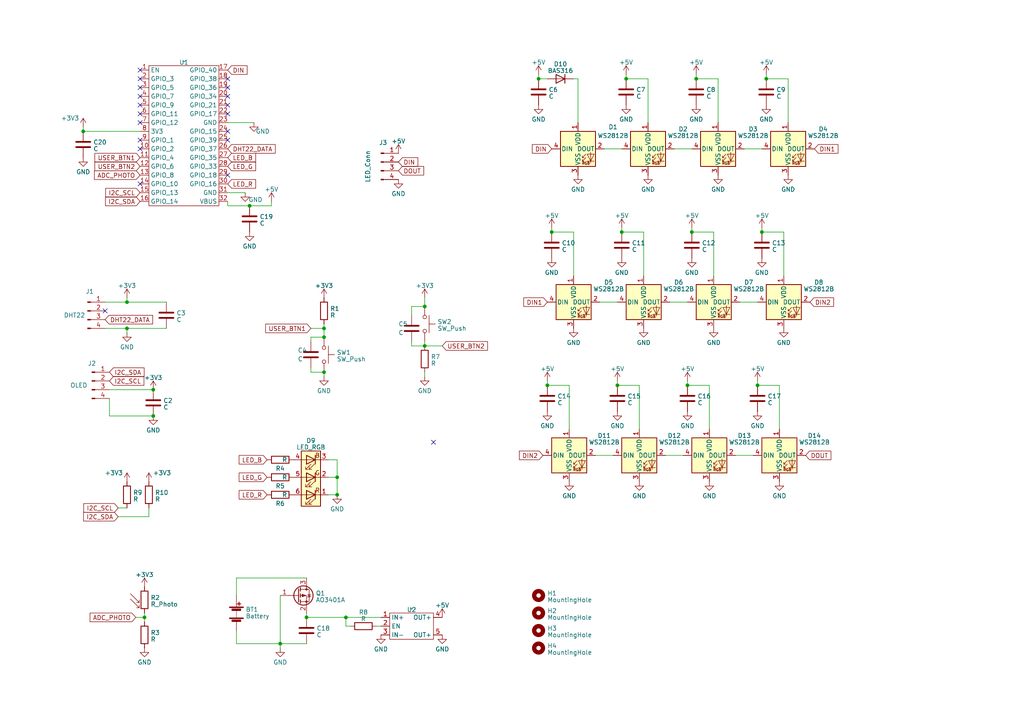
<source format=kicad_sch>
(kicad_sch (version 20230121) (generator eeschema)
  (paper "A4")
  (title_block (title "IoT Board - Summer school") (date "2024-05-14") (company "FRI UNIZA") (comment 1 "Author: Michal Kubascik"))
  (lib_symbols
    (symbol "BuckBoost:BuckBoost5v"
      (property "Reference" "U" (at 0 0 0))
      (symbol "BuckBoost5v_0_1"
        (rectangle (start -6.35 -1.27) (end 6.35 -8.89))
      )
      (symbol "BuckBoost5v_1_1"
        (pin input line (at -8.89 -2.54 0) (length 2.54) (name "IN+") (number "1"))
        (pin input line (at -8.89 -5.08 0) (length 2.54) (name "EN") (number "2"))
        (pin input line (at -8.89 -7.62 0) (length 2.54) (name "IN-") (number "3"))
        (pin output line (at 8.89 -2.54 180) (length 2.54) (name "OUT+") (number "4"))
        (pin output line (at 8.89 -7.62 180) (length 2.54) (name "OUT+") (number "5"))
      )
    )
    (symbol "Connector:Conn_01x04_Pin" (pin_names (offset 1.016) hide)
      (property "Reference" "J" (at 0 5.08 0))
      (property "Value" "Conn_01x04_Pin" (at 0 -7.62 0))
      (symbol "Conn_01x04_Pin_1_1"
        (polyline (pts (xy 1.27 -5.08) (xy 0.8636 -5.08)) (stroke (width 0.1524)))
        (polyline (pts (xy 1.27 -2.54) (xy 0.8636 -2.54)) (stroke (width 0.1524)))
        (polyline (pts (xy 1.27 0) (xy 0.8636 0)) (stroke (width 0.1524)))
        (polyline (pts (xy 1.27 2.54) (xy 0.8636 2.54)) (stroke (width 0.1524)))
        (rectangle (start 0.8636 -4.953) (end 0 -5.207) (stroke (width 0.1524)) (fill (type outline)))
        (rectangle (start 0.8636 -2.413) (end 0 -2.667) (stroke (width 0.1524)) (fill (type outline)))
        (rectangle (start 0.8636 0.127) (end 0 -0.127) (stroke (width 0.1524)) (fill (type outline)))
        (rectangle (start 0.8636 2.667) (end 0 2.413) (stroke (width 0.1524)) (fill (type outline)))
        (pin passive line (at 5.08 2.54 180) (length 3.81) (name "Pin_1") (number "1"))
        (pin passive line (at 5.08 0 180) (length 3.81) (name "Pin_2") (number "2"))
        (pin passive line (at 5.08 -2.54 180) (length 3.81) (name "Pin_3") (number "3"))
        (pin passive line (at 5.08 -5.08 180) (length 3.81) (name "Pin_4") (number "4"))
      )
    )
    (symbol "Device:Battery" (pin_numbers hide) (pin_names (offset 0) hide)
      (property "Reference" "BT" (at 2.54 2.54 0))
      (property "Value" "Battery" (at 2.54 0 0))
      (symbol "Battery_0_1"
        (rectangle (start -2.032 -1.397) (end 2.032 -1.651) (fill (type outline)))
        (rectangle (start -2.032 1.778) (end 2.032 1.524) (fill (type outline)))
        (rectangle (start -1.3208 -1.9812) (end 1.27 -2.4892) (fill (type outline)))
        (rectangle (start -1.3208 1.1938) (end 1.27 0.6858) (fill (type outline)))
        (polyline (pts (xy 0 -1.524) (xy 0 -1.27)))
        (polyline (pts (xy 0 -1.016) (xy 0 -0.762)))
        (polyline (pts (xy 0 -0.508) (xy 0 -0.254)))
        (polyline (pts (xy 0 0) (xy 0 0.254)))
        (polyline (pts (xy 0 0.508) (xy 0 0.762)))
        (polyline (pts (xy 0 1.778) (xy 0 2.54)))
        (polyline (pts (xy 0.254 2.667) (xy 1.27 2.667)) (stroke (width 0.254)))
        (polyline (pts (xy 0.762 3.175) (xy 0.762 2.159)) (stroke (width 0.254)))
      )
      (symbol "Battery_1_1"
        (pin passive line (at 0 5.08 270) (length 2.54) (name "+") (number "1"))
        (pin passive line (at 0 -5.08 90) (length 2.54) (name "-") (number "2"))
      )
    )
    (symbol "Device:C" (pin_numbers hide) (pin_names (offset 0.254))
      (property "Reference" "C" (at 0.635 2.54 0))
      (property "Value" "C" (at 0.635 -2.54 0))
      (symbol "C_0_1"
        (polyline (pts (xy -2.032 -0.762) (xy 2.032 -0.762)) (stroke (width 0.508)))
        (polyline (pts (xy -2.032 0.762) (xy 2.032 0.762)) (stroke (width 0.508)))
      )
      (symbol "C_1_1"
        (pin passive line (at 0 3.81 270) (length 2.794) (name "~") (number "1"))
        (pin passive line (at 0 -3.81 90) (length 2.794) (name "~") (number "2"))
      )
    )
    (symbol "Device:LED_RGB" (pin_names (offset 0) hide)
      (property "Reference" "D" (at 0 9.398 0))
      (property "Value" "LED_RGB" (at 0 -8.89 0))
      (symbol "LED_RGB_0_0"
        (text "B" (at -1.905 -6.35 0) (effects (font (size 1.27 1.27))))
        (text "G" (at -1.905 -1.27 0) (effects (font (size 1.27 1.27))))
        (text "R" (at -1.905 3.81 0) (effects (font (size 1.27 1.27))))
      )
      (symbol "LED_RGB_0_1"
        (polyline (pts (xy -1.27 -5.08) (xy -2.54 -5.08)))
        (polyline (pts (xy -1.27 -5.08) (xy 1.27 -5.08)))
        (polyline (pts (xy -1.27 -3.81) (xy -1.27 -6.35)) (stroke (width 0.254)))
        (polyline (pts (xy -1.27 0) (xy -2.54 0)))
        (polyline (pts (xy -1.27 1.27) (xy -1.27 -1.27)) (stroke (width 0.254)))
        (polyline (pts (xy -1.27 5.08) (xy -2.54 5.08)))
        (polyline (pts (xy -1.27 5.08) (xy 1.27 5.08)))
        (polyline (pts (xy -1.27 6.35) (xy -1.27 3.81)) (stroke (width 0.254)))
        (polyline (pts (xy 1.27 -5.08) (xy 2.54 -5.08)))
        (polyline (pts (xy 1.27 0) (xy -1.27 0)))
        (polyline (pts (xy 1.27 0) (xy 2.54 0)))
        (polyline (pts (xy 1.27 5.08) (xy 2.54 5.08)))
        (polyline (pts (xy -1.27 1.27) (xy -1.27 -1.27) (xy -1.27 -1.27)))
        (polyline (pts (xy -1.27 6.35) (xy -1.27 3.81) (xy -1.27 3.81)))
        (polyline (pts (xy 1.27 -3.81) (xy 1.27 -6.35) (xy -1.27 -5.08) (xy 1.27 -3.81)) (stroke (width 0.254)))
        (polyline (pts (xy 1.27 1.27) (xy 1.27 -1.27) (xy -1.27 0) (xy 1.27 1.27)) (stroke (width 0.254)))
        (polyline (pts (xy 1.27 6.35) (xy 1.27 3.81) (xy -1.27 5.08) (xy 1.27 6.35)) (stroke (width 0.254)))
        (polyline (pts (xy -1.016 -3.81) (xy 0.508 -2.286) (xy -0.254 -2.286) (xy 0.508 -2.286) (xy 0.508 -3.048)))
        (polyline (pts (xy -1.016 1.27) (xy 0.508 2.794) (xy -0.254 2.794) (xy 0.508 2.794) (xy 0.508 2.032)))
        (polyline (pts (xy -1.016 6.35) (xy 0.508 7.874) (xy -0.254 7.874) (xy 0.508 7.874) (xy 0.508 7.112)))
        (polyline (pts (xy 0 -3.81) (xy 1.524 -2.286) (xy 0.762 -2.286) (xy 1.524 -2.286) (xy 1.524 -3.048)))
        (polyline (pts (xy 0 1.27) (xy 1.524 2.794) (xy 0.762 2.794) (xy 1.524 2.794) (xy 1.524 2.032)))
        (polyline (pts (xy 0 6.35) (xy 1.524 7.874) (xy 0.762 7.874) (xy 1.524 7.874) (xy 1.524 7.112)))
        (rectangle (start 1.27 -1.27) (end 1.27 1.27))
        (rectangle (start 1.27 1.27) (end 1.27 1.27))
        (rectangle (start 1.27 3.81) (end 1.27 6.35))
        (rectangle (start 1.27 6.35) (end 1.27 6.35))
        (rectangle (start 2.794 8.382) (end -2.794 -7.62) (stroke (width 0.254)) (fill (type background)))
      )
      (symbol "LED_RGB_1_1"
        (pin passive line (at -5.08 5.08 0) (length 2.54) (name "RK") (number "1"))
        (pin passive line (at -5.08 0 0) (length 2.54) (name "GK") (number "2"))
        (pin passive line (at -5.08 -5.08 0) (length 2.54) (name "BK") (number "3"))
        (pin passive line (at 5.08 -5.08 180) (length 2.54) (name "BA") (number "4"))
        (pin passive line (at 5.08 0 180) (length 2.54) (name "GA") (number "5"))
        (pin passive line (at 5.08 5.08 180) (length 2.54) (name "RA") (number "6"))
      )
    )
    (symbol "Device:R" (pin_numbers hide) (pin_names (offset 0))
      (property "Reference" "R" (at 2.032 0 90))
      (property "Value" "R" (at 0 0 90))
      (symbol "R_0_1"
        (rectangle (start -1.016 -2.54) (end 1.016 2.54) (stroke (width 0.254)))
      )
      (symbol "R_1_1"
        (pin passive line (at 0 3.81 270) (length 1.27) (name "~") (number "1"))
        (pin passive line (at 0 -3.81 90) (length 1.27) (name "~") (number "2"))
      )
    )
    (symbol "Device:R_Photo" (pin_numbers hide) (pin_names (offset 0))
      (property "Reference" "R" (at 1.27 1.27 0))
      (property "Value" "R_Photo" (at 1.27 0 0))
      (symbol "R_Photo_0_1"
        (rectangle (start -1.016 2.54) (end 1.016 -2.54) (stroke (width 0.254)))
        (polyline (pts (xy -1.524 -2.286) (xy -4.064 0.254)))
        (polyline (pts (xy -1.524 -2.286) (xy -2.286 -2.286)))
        (polyline (pts (xy -1.524 -2.286) (xy -1.524 -1.524)))
        (polyline (pts (xy -1.524 -0.762) (xy -4.064 1.778)))
        (polyline (pts (xy -1.524 -0.762) (xy -2.286 -0.762)))
        (polyline (pts (xy -1.524 -0.762) (xy -1.524 0)))
      )
      (symbol "R_Photo_1_1"
        (pin passive line (at 0 3.81 270) (length 1.27) (name "~") (number "1"))
        (pin passive line (at 0 -3.81 90) (length 1.27) (name "~") (number "2"))
      )
    )
    (symbol "Diode:BAS316" (pin_numbers hide) (pin_names hide)
      (property "Reference" "D" (at 0 2.54 0))
      (property "Value" "BAS316" (at 0 -2.54 0))
      (symbol "BAS316_0_1"
        (polyline (pts (xy -1.27 1.27) (xy -1.27 -1.27)) (stroke (width 0.254)))
        (polyline (pts (xy 1.27 0) (xy -1.27 0)))
        (polyline (pts (xy 1.27 1.27) (xy 1.27 -1.27) (xy -1.27 0) (xy 1.27 1.27)) (stroke (width 0.254)))
      )
      (symbol "BAS316_1_1"
        (pin passive line (at -3.81 0 0) (length 2.54) (name "K") (number "1"))
        (pin passive line (at 3.81 0 180) (length 2.54) (name "A") (number "2"))
      )
    )
    (symbol "LED:WS2812B" (pin_names (offset 0.254))
      (property "Reference" "D" (at 5.08 5.715 0))
      (property "Value" "WS2812B" (at 1.27 -5.715 0))
      (symbol "WS2812B_0_0"
        (text "RGB" (at 2.286 -4.191 0) (effects (font (size 0.762 0.762))))
      )
      (symbol "WS2812B_0_1"
        (polyline (pts (xy 1.27 -3.556) (xy 1.778 -3.556)))
        (polyline (pts (xy 1.27 -2.54) (xy 1.778 -2.54)))
        (polyline (pts (xy 4.699 -3.556) (xy 2.667 -3.556)))
        (polyline (pts (xy 2.286 -2.54) (xy 1.27 -3.556) (xy 1.27 -3.048)))
        (polyline (pts (xy 2.286 -1.524) (xy 1.27 -2.54) (xy 1.27 -2.032)))
        (polyline (pts (xy 3.683 -1.016) (xy 3.683 -3.556) (xy 3.683 -4.064)))
        (polyline (pts (xy 4.699 -1.524) (xy 2.667 -1.524) (xy 3.683 -3.556) (xy 4.699 -1.524)))
        (rectangle (start 5.08 5.08) (end -5.08 -5.08) (stroke (width 0.254)) (fill (type background)))
      )
      (symbol "WS2812B_1_1"
        (pin power_in line (at 0 7.62 270) (length 2.54) (name "VDD") (number "1"))
        (pin output line (at 7.62 0 180) (length 2.54) (name "DOUT") (number "2"))
        (pin power_in line (at 0 -7.62 90) (length 2.54) (name "VSS") (number "3"))
        (pin input line (at -7.62 0 0) (length 2.54) (name "DIN") (number "4"))
      )
    )
    (symbol "Mechanical:MountingHole" (pin_names (offset 1.016))
      (property "Reference" "H" (at 0 5.08 0))
      (property "Value" "MountingHole" (at 0 3.175 0))
      (symbol "MountingHole_0_1"
        (circle (center 0 0) (radius 1.27) (stroke (width 1.27)))
      )
    )
    (symbol "Switch:SW_Push" (pin_numbers hide) (pin_names (offset 1.016) hide)
      (property "Reference" "SW" (at 1.27 2.54 0))
      (property "Value" "SW_Push" (at 0 -1.524 0))
      (symbol "SW_Push_0_1"
        (circle (center -2.032 0) (radius 0.508))
        (polyline (pts (xy 0 1.27) (xy 0 3.048)))
        (polyline (pts (xy 2.54 1.27) (xy -2.54 1.27)))
        (circle (center 2.032 0) (radius 0.508))
        (pin passive line (at -5.08 0 0) (length 2.54) (name "1") (number "1"))
        (pin passive line (at 5.08 0 180) (length 2.54) (name "2") (number "2"))
      )
    )
    (symbol "Transistor_FET:AO3401A" (pin_names hide)
      (property "Reference" "Q" (at 5.08 1.905 0))
      (property "Value" "AO3401A" (at 5.08 0 0))
      (symbol "AO3401A_0_1"
        (polyline (pts (xy 0.254 0) (xy -2.54 0)))
        (polyline (pts (xy 0.254 1.905) (xy 0.254 -1.905)) (stroke (width 0.254)))
        (polyline (pts (xy 0.762 -1.27) (xy 0.762 -2.286)) (stroke (width 0.254)))
        (polyline (pts (xy 0.762 0.508) (xy 0.762 -0.508)) (stroke (width 0.254)))
        (polyline (pts (xy 0.762 2.286) (xy 0.762 1.27)) (stroke (width 0.254)))
        (polyline (pts (xy 2.54 2.54) (xy 2.54 1.778)))
        (polyline (pts (xy 2.54 -2.54) (xy 2.54 0) (xy 0.762 0)))
        (polyline (pts (xy 0.762 1.778) (xy 3.302 1.778) (xy 3.302 -1.778) (xy 0.762 -1.778)))
        (polyline (pts (xy 2.286 0) (xy 1.27 0.381) (xy 1.27 -0.381) (xy 2.286 0)) (fill (type outline)))
        (polyline (pts (xy 2.794 -0.508) (xy 2.921 -0.381) (xy 3.683 -0.381) (xy 3.81 -0.254)))
        (polyline (pts (xy 3.302 -0.381) (xy 2.921 0.254) (xy 3.683 0.254) (xy 3.302 -0.381)))
        (circle (center 1.651 0) (radius 2.794) (stroke (width 0.254)))
        (circle (center 2.54 -1.778) (radius 0.254) (fill (type outline)))
        (circle (center 2.54 1.778) (radius 0.254) (fill (type outline)))
      )
      (symbol "AO3401A_1_1"
        (pin input line (at -5.08 0 0) (length 2.54) (name "G") (number "1"))
        (pin passive line (at 2.54 -5.08 90) (length 2.54) (name "S") (number "2"))
        (pin passive line (at 2.54 5.08 270) (length 2.54) (name "D") (number "3"))
      )
    )
    (symbol "WemosS2:Wemos-S2-Mini"
      (property "Reference" "U" (at 0 0 0))
      (symbol "Wemos-S2-Mini_0_1"
        (rectangle (start -10.16 -1.27) (end 10.16 -41.91))
      )
      (symbol "Wemos-S2-Mini_1_1"
        (pin bidirectional line (at -12.7 -2.54 0) (length 2.54) (name "EN") (number "1"))
        (pin bidirectional line (at -12.7 -25.4 0) (length 2.54) (name "GPIO_2") (number "10"))
        (pin bidirectional line (at -12.7 -27.94 0) (length 2.54) (name "GPIO_4") (number "11"))
        (pin bidirectional line (at -12.7 -30.48 0) (length 2.54) (name "GPIO_6") (number "12"))
        (pin bidirectional line (at -12.7 -33.02 0) (length 2.54) (name "GPIO_8") (number "13"))
        (pin bidirectional line (at -12.7 -35.56 0) (length 2.54) (name "GPIO_10") (number "14"))
        (pin bidirectional line (at -12.7 -38.1 0) (length 2.54) (name "GPIO_13") (number "15"))
        (pin bidirectional line (at -12.7 -40.64 0) (length 2.54) (name "GPIO_14") (number "16"))
        (pin bidirectional line (at 12.7 -2.54 180) (length 2.54) (name "GPIO_40") (number "17"))
        (pin bidirectional line (at 12.7 -5.08 180) (length 2.54) (name "GPIO_38") (number "18"))
        (pin bidirectional line (at 12.7 -7.62 180) (length 2.54) (name "GPIO_36") (number "19"))
        (pin bidirectional line (at -12.7 -5.08 0) (length 2.54) (name "GPIO_3") (number "2"))
        (pin bidirectional line (at 12.7 -10.16 180) (length 2.54) (name "GPIO_34") (number "20"))
        (pin bidirectional line (at 12.7 -12.7 180) (length 2.54) (name "GPIO_21") (number "21"))
        (pin bidirectional line (at 12.7 -15.24 180) (length 2.54) (name "GPIO_17") (number "22"))
        (pin bidirectional line (at 12.7 -17.78 180) (length 2.54) (name "GND") (number "23"))
        (pin bidirectional line (at 12.7 -20.32 180) (length 2.54) (name "GPIO_15") (number "24"))
        (pin bidirectional line (at 12.7 -22.86 180) (length 2.54) (name "GPIO_39") (number "25"))
        (pin bidirectional line (at 12.7 -25.4 180) (length 2.54) (name "GPIO_37") (number "26"))
        (pin bidirectional line (at 12.7 -27.94 180) (length 2.54) (name "GPIO_35") (number "27"))
        (pin bidirectional line (at 12.7 -30.48 180) (length 2.54) (name "GPIO_33") (number "28"))
        (pin bidirectional line (at 12.7 -33.02 180) (length 2.54) (name "GPIO_18") (number "29"))
        (pin bidirectional line (at -12.7 -7.62 0) (length 2.54) (name "GPIO_5") (number "3"))
        (pin bidirectional line (at 12.7 -35.56 180) (length 2.54) (name "GPIO_16") (number "30"))
        (pin bidirectional line (at 12.7 -38.1 180) (length 2.54) (name "GND") (number "31"))
        (pin bidirectional line (at 12.7 -40.64 180) (length 2.54) (name "VBUS") (number "32"))
        (pin bidirectional line (at -12.7 -10.16 0) (length 2.54) (name "GPIO_7") (number "4"))
        (pin bidirectional line (at -12.7 -12.7 0) (length 2.54) (name "GPIO_9") (number "5"))
        (pin bidirectional line (at -12.7 -15.24 0) (length 2.54) (name "GPIO_11") (number "6"))
        (pin bidirectional line (at -12.7 -17.78 0) (length 2.54) (name "GPIO_12") (number "7"))
        (pin bidirectional line (at -12.7 -20.32 0) (length 2.54) (name "3V3") (number "8"))
        (pin bidirectional line (at -12.7 -22.86 0) (length 2.54) (name "GPIO_1") (number "9"))
      )
    )
    (symbol "power:+3V3" (power) (pin_names (offset 0))
      (property "Value" "+3V3" (at 0 3.556 0))
      (symbol "+3V3_0_1"
        (polyline (pts (xy -0.762 1.27) (xy 0 2.54)))
        (polyline (pts (xy 0 0) (xy 0 2.54)))
        (polyline (pts (xy 0 2.54) (xy 0.762 1.27)))
      )
      (symbol "+3V3_1_1"
        (pin power_in line (at 0 0 90) (length 0) hide (name "+3V3") (number "1"))
      )
    )
    (symbol "power:+5V" (power) (pin_names (offset 0))
      (property "Value" "+5V" (at 0 3.556 0))
      (symbol "+5V_0_1"
        (polyline (pts (xy -0.762 1.27) (xy 0 2.54)))
        (polyline (pts (xy 0 0) (xy 0 2.54)))
        (polyline (pts (xy 0 2.54) (xy 0.762 1.27)))
      )
      (symbol "+5V_1_1"
        (pin power_in line (at 0 0 90) (length 0) hide (name "+5V") (number "1"))
      )
    )
    (symbol "power:GND" (power) (pin_names (offset 0))
      (property "Value" "GND" (at 0 -3.81 0))
      (symbol "GND_0_1"
        (polyline (pts (xy 0 0) (xy 0 -1.27) (xy 1.27 -1.27) (xy 0 -2.54) (xy -1.27 -1.27) (xy 0 -1.27)))
      )
      (symbol "GND_1_1"
        (pin power_in line (at 0 0 270) (length 0) hide (name "GND") (number "1"))
      )
    )
  )
  (junction (at 179.07 111.76))
  (junction (at 160.02 67.31))
  (junction (at 156.21 22.86))
  (junction (at 199.39 111.76))
  (junction (at 97.79 138.43))
  (junction (at 44.45 120.65))
  (junction (at 36.83 95.25))
  (junction (at 88.9 179.07))
  (junction (at 123.19 88.9))
  (junction (at 24.13 38.1))
  (junction (at 222.25 22.86))
  (junction (at 44.45 113.03))
  (junction (at 123.19 100.33))
  (junction (at 201.93 22.86))
  (junction (at 93.98 97.79))
  (junction (at 36.83 87.63))
  (junction (at 158.75 111.76))
  (junction (at 81.28 186.69))
  (junction (at 72.39 59.69))
  (junction (at 181.61 22.86))
  (junction (at 180.34 67.31))
  (junction (at 93.98 95.25))
  (junction (at 200.66 67.31))
  (junction (at 93.98 107.95))
  (junction (at 220.98 67.31))
  (junction (at 41.91 179.07))
  (junction (at 97.79 143.51))
  (junction (at 100.33 179.07))
  (junction (at 219.71 111.76))
  (no_connect (at 40.64 25.4))
  (no_connect (at 125.73 128.27))
  (no_connect (at 66.04 38.1))
  (no_connect (at 66.04 33.02))
  (no_connect (at 40.64 27.94))
  (no_connect (at 66.04 50.8))
  (no_connect (at 40.64 30.48))
  (no_connect (at 66.04 30.48))
  (no_connect (at 66.04 25.4))
  (no_connect (at 40.64 53.34))
  (no_connect (at 66.04 40.64))
  (no_connect (at 40.64 20.32))
  (no_connect (at 66.04 27.94))
  (no_connect (at 40.64 22.86))
  (no_connect (at 30.48 90.17))
  (no_connect (at 40.64 43.18))
  (no_connect (at 66.04 22.86))
  (no_connect (at 40.64 40.64))
  (no_connect (at 40.64 35.56))
  (no_connect (at 40.64 33.02))
  (wire (pts (xy 73.66 35.56) (xy 66.04 35.56)))
  (wire (pts (xy 227.33 67.31) (xy 227.33 80.01)))
  (wire (pts (xy 97.79 133.35) (xy 97.79 138.43)))
  (wire (pts (xy 172.72 132.08) (xy 177.8 132.08)))
  (wire (pts (xy 200.66 66.04) (xy 200.66 67.31)))
  (wire (pts (xy 180.34 67.31) (xy 186.69 67.31)))
  (wire (pts (xy 95.25 138.43) (xy 97.79 138.43)))
  (wire (pts (xy 90.17 107.95) (xy 93.98 107.95)))
  (wire (pts (xy 199.39 111.76) (xy 205.74 111.76)))
  (wire (pts (xy 156.21 21.59) (xy 156.21 22.86)))
  (wire (pts (xy 72.39 59.69) (xy 66.04 59.69)))
  (wire (pts (xy 185.42 111.76) (xy 185.42 124.46)))
  (wire (pts (xy 34.29 147.32) (xy 36.83 147.32)))
  (wire (pts (xy 193.04 132.08) (xy 198.12 132.08)))
  (wire (pts (xy 36.83 95.25) (xy 48.26 95.25)))
  (wire (pts (xy 39.37 179.07) (xy 41.91 179.07)))
  (wire (pts (xy 119.38 88.9) (xy 119.38 91.44)))
  (wire (pts (xy 43.18 149.86) (xy 43.18 147.32)))
  (wire (pts (xy 71.12 55.88) (xy 66.04 55.88)))
  (wire (pts (xy 179.07 110.49) (xy 179.07 111.76)))
  (wire (pts (xy 66.04 59.69) (xy 66.04 58.42)))
  (wire (pts (xy 181.61 22.86) (xy 181.61 21.59)))
  (wire (pts (xy 90.17 97.79) (xy 90.17 99.06)))
  (wire (pts (xy 123.19 99.06) (xy 123.19 100.33)))
  (wire (pts (xy 123.19 107.95) (xy 123.19 109.22)))
  (wire (pts (xy 180.34 66.04) (xy 180.34 67.31)))
  (wire (pts (xy 214.63 87.63) (xy 219.71 87.63)))
  (wire (pts (xy 222.25 22.86) (xy 228.6 22.86)))
  (wire (pts (xy 194.31 87.63) (xy 199.39 87.63)))
  (wire (pts (xy 36.83 96.52) (xy 36.83 95.25)))
  (wire (pts (xy 175.26 43.18) (xy 180.34 43.18)))
  (wire (pts (xy 208.28 22.86) (xy 208.28 35.56)))
  (wire (pts (xy 158.75 110.49) (xy 158.75 111.76)))
  (wire (pts (xy 81.28 186.69) (xy 88.9 186.69)))
  (wire (pts (xy 228.6 22.86) (xy 228.6 35.56)))
  (wire (pts (xy 207.01 67.31) (xy 207.01 80.01)))
  (wire (pts (xy 78.74 58.42) (xy 78.74 59.69)))
  (wire (pts (xy 158.75 111.76) (xy 165.1 111.76)))
  (wire (pts (xy 95.25 133.35) (xy 97.79 133.35)))
  (wire (pts (xy 123.19 100.33) (xy 128.27 100.33)))
  (wire (pts (xy 100.33 181.61) (xy 101.6 181.61)))
  (wire (pts (xy 31.75 120.65) (xy 31.75 115.57)))
  (wire (pts (xy 201.93 21.59) (xy 201.93 22.86)))
  (wire (pts (xy 100.33 179.07) (xy 110.49 179.07)))
  (wire (pts (xy 68.58 167.64) (xy 88.9 167.64)))
  (wire (pts (xy 36.83 87.63) (xy 48.26 87.63)))
  (wire (pts (xy 100.33 179.07) (xy 100.33 181.61)))
  (wire (pts (xy 213.36 132.08) (xy 218.44 132.08)))
  (wire (pts (xy 219.71 110.49) (xy 219.71 111.76)))
  (wire (pts (xy 68.58 182.88) (xy 68.58 186.69)))
  (wire (pts (xy 81.28 186.69) (xy 81.28 187.96)))
  (wire (pts (xy 30.48 95.25) (xy 36.83 95.25)))
  (wire (pts (xy 226.06 111.76) (xy 226.06 124.46)))
  (wire (pts (xy 181.61 22.86) (xy 187.96 22.86)))
  (wire (pts (xy 200.66 67.31) (xy 207.01 67.31)))
  (wire (pts (xy 119.38 100.33) (xy 123.19 100.33)))
  (wire (pts (xy 179.07 111.76) (xy 185.42 111.76)))
  (wire (pts (xy 88.9 179.07) (xy 88.9 177.8)))
  (wire (pts (xy 90.17 97.79) (xy 93.98 97.79)))
  (wire (pts (xy 166.37 67.31) (xy 166.37 80.01)))
  (wire (pts (xy 41.91 179.07) (xy 41.91 180.34)))
  (wire (pts (xy 24.13 38.1) (xy 40.64 38.1)))
  (wire (pts (xy 173.99 87.63) (xy 179.07 87.63)))
  (wire (pts (xy 165.1 111.76) (xy 165.1 124.46)))
  (wire (pts (xy 123.19 88.9) (xy 123.19 86.36)))
  (wire (pts (xy 36.83 86.36) (xy 36.83 87.63)))
  (wire (pts (xy 215.9 43.18) (xy 220.98 43.18)))
  (wire (pts (xy 119.38 88.9) (xy 123.19 88.9)))
  (wire (pts (xy 109.22 181.61) (xy 110.49 181.61)))
  (wire (pts (xy 68.58 186.69) (xy 81.28 186.69)))
  (wire (pts (xy 41.91 179.07) (xy 41.91 177.8)))
  (wire (pts (xy 93.98 109.22) (xy 93.98 107.95)))
  (wire (pts (xy 68.58 172.72) (xy 68.58 167.64)))
  (wire (pts (xy 201.93 22.86) (xy 208.28 22.86)))
  (wire (pts (xy 160.02 67.31) (xy 166.37 67.31)))
  (wire (pts (xy 97.79 138.43) (xy 97.79 143.51)))
  (wire (pts (xy 186.69 67.31) (xy 186.69 80.01)))
  (wire (pts (xy 205.74 111.76) (xy 205.74 124.46)))
  (wire (pts (xy 167.64 22.86) (xy 166.37 22.86)))
  (wire (pts (xy 160.02 66.04) (xy 160.02 67.31)))
  (wire (pts (xy 81.28 172.72) (xy 81.28 186.69)))
  (wire (pts (xy 222.25 21.59) (xy 222.25 22.86)))
  (wire (pts (xy 187.96 22.86) (xy 187.96 35.56)))
  (wire (pts (xy 119.38 99.06) (xy 119.38 100.33)))
  (wire (pts (xy 44.45 120.65) (xy 31.75 120.65)))
  (wire (pts (xy 220.98 67.31) (xy 227.33 67.31)))
  (wire (pts (xy 167.64 22.86) (xy 167.64 35.56)))
  (wire (pts (xy 36.83 87.63) (xy 30.48 87.63)))
  (wire (pts (xy 93.98 93.98) (xy 93.98 95.25)))
  (wire (pts (xy 195.58 43.18) (xy 200.66 43.18)))
  (wire (pts (xy 90.17 95.25) (xy 93.98 95.25)))
  (wire (pts (xy 156.21 22.86) (xy 158.75 22.86)))
  (wire (pts (xy 78.74 59.69) (xy 72.39 59.69)))
  (wire (pts (xy 34.29 149.86) (xy 43.18 149.86)))
  (wire (pts (xy 219.71 111.76) (xy 226.06 111.76)))
  (wire (pts (xy 199.39 110.49) (xy 199.39 111.76)))
  (wire (pts (xy 90.17 106.68) (xy 90.17 107.95)))
  (wire (pts (xy 24.13 36.83) (xy 24.13 38.1)))
  (wire (pts (xy 95.25 143.51) (xy 97.79 143.51)))
  (wire (pts (xy 31.75 113.03) (xy 44.45 113.03)))
  (wire (pts (xy 220.98 66.04) (xy 220.98 67.31)))
  (wire (pts (xy 88.9 179.07) (xy 100.33 179.07)))
  (wire (pts (xy 93.98 95.25) (xy 93.98 97.79)))
  (global_label "I2C_SDA" (shape input) (at 31.75 107.95 0) (property "Intersheetrefs" "${INTERSHEET_REFS}" (effects hide)))
  (global_label "USER_BTN2" (shape input) (at 40.64 48.26 180) (property "Intersheetrefs" "${INTERSHEET_REFS}" (effects hide)))
  (global_label "USER_BTN2" (shape input) (at 128.27 100.33 0) (property "Intersheetrefs" "${INTERSHEET_REFS}" (effects hide)))
  (global_label "ADC_PHOTO" (shape input) (at 39.37 179.07 180) (property "Intersheetrefs" "${INTERSHEET_REFS}" (effects hide)))
  (global_label "LED_R" (shape input) (at 66.04 53.34 0) (property "Intersheetrefs" "${INTERSHEET_REFS}" (effects hide)))
  (global_label "LED_B" (shape input) (at 77.47 133.35 180) (property "Intersheetrefs" "${INTERSHEET_REFS}" (effects hide)))
  (global_label "DIN" (shape input) (at 160.02 43.18 180) (property "Intersheetrefs" "${INTERSHEET_REFS}" (effects hide)))
  (global_label "DIN2" (shape input) (at 157.48 132.08 180) (property "Intersheetrefs" "${INTERSHEET_REFS}" (effects hide)))
  (global_label "LED_G" (shape input) (at 66.04 48.26 0) (property "Intersheetrefs" "${INTERSHEET_REFS}" (effects hide)))
  (global_label "DIN1" (shape input) (at 158.75 87.63 180) (property "Intersheetrefs" "${INTERSHEET_REFS}" (effects hide)))
  (global_label "DHT22_DATA" (shape input) (at 30.48 92.71 0) (property "Intersheetrefs" "${INTERSHEET_REFS}" (effects hide)))
  (global_label "USER_BTN1" (shape input) (at 40.64 45.72 180) (property "Intersheetrefs" "${INTERSHEET_REFS}" (effects hide)))
  (global_label "I2C_SDA" (shape input) (at 34.29 149.86 180) (property "Intersheetrefs" "${INTERSHEET_REFS}" (effects hide)))
  (global_label "I2C_SCL" (shape input) (at 31.75 110.49 0) (property "Intersheetrefs" "${INTERSHEET_REFS}" (effects hide)))
  (global_label "DOUT" (shape input) (at 115.57 49.53 0) (property "Intersheetrefs" "${INTERSHEET_REFS}" (effects hide)))
  (global_label "DIN" (shape input) (at 66.04 20.32 0) (property "Intersheetrefs" "${INTERSHEET_REFS}" (effects hide)))
  (global_label "DHT22_DATA" (shape input) (at 66.04 43.18 0) (property "Intersheetrefs" "${INTERSHEET_REFS}" (effects hide)))
  (global_label "I2C_SCL" (shape input) (at 34.29 147.32 180) (property "Intersheetrefs" "${INTERSHEET_REFS}" (effects hide)))
  (global_label "I2C_SDA" (shape input) (at 40.64 58.42 180) (property "Intersheetrefs" "${INTERSHEET_REFS}" (effects hide)))
  (global_label "DIN1" (shape input) (at 236.22 43.18 0) (property "Intersheetrefs" "${INTERSHEET_REFS}" (effects hide)))
  (global_label "LED_R" (shape input) (at 77.47 143.51 180) (property "Intersheetrefs" "${INTERSHEET_REFS}" (effects hide)))
  (global_label "I2C_SCL" (shape input) (at 40.64 55.88 180) (property "Intersheetrefs" "${INTERSHEET_REFS}" (effects hide)))
  (global_label "DOUT" (shape input) (at 233.68 132.08 0) (property "Intersheetrefs" "${INTERSHEET_REFS}" (effects hide)))
  (global_label "LED_G" (shape input) (at 77.47 138.43 180) (property "Intersheetrefs" "${INTERSHEET_REFS}" (effects hide)))
  (global_label "DIN" (shape input) (at 115.57 46.99 0) (property "Intersheetrefs" "${INTERSHEET_REFS}" (effects hide)))
  (global_label "ADC_PHOTO" (shape input) (at 40.64 50.8 180) (property "Intersheetrefs" "${INTERSHEET_REFS}" (effects hide)))
  (global_label "LED_B" (shape input) (at 66.04 45.72 0) (property "Intersheetrefs" "${INTERSHEET_REFS}" (effects hide)))
  (global_label "DIN2" (shape input) (at 234.95 87.63 0) (property "Intersheetrefs" "${INTERSHEET_REFS}" (effects hide)))
  (global_label "USER_BTN1" (shape input) (at 90.17 95.25 180) (property "Intersheetrefs" "${INTERSHEET_REFS}" (effects hide)))
  (symbol (lib_id "Device:C") (at 88.9 182.88 0) (unit 1)
    (property "Reference" "C18" (at 91.821 182.2363 0) (effects (justify left)))
    (property "Value" "C" (at 91.821 184.1573 0) (effects (justify left)))
    (property "Footprint" "Capacitor_SMD:C_0805_2012Metric" (effects hide))
  )
  (symbol (lib_id "power:+3V3") (at 36.83 86.36 0) (unit 1)
    (property "Reference" "#PWR026" (effects hide))
    (property "Value" "+3V3" (at 36.83 82.8581 0))
  )
  (symbol (lib_id "power:GND") (at 205.74 139.7 0) (unit 1)
    (property "Reference" "#PWR038" (effects hide))
    (property "Value" "GND" (at 205.74 143.8355 0))
  )
  (symbol (lib_id "LED:WS2812B") (at 167.64 43.18 0) (unit 1)
    (property "Reference" "D1" (at 177.8 36.83 0))
    (property "Value" "WS2812B" (at 177.8 39.37 0))
    (property "Footprint" "LED_SMD:LED_WS2812B_PLCC4_5.0x5.0mm_P3.2mm" (effects hide))
    (property "Datasheet" "https://cdn-shop.adafruit.com/datasheets/WS2812B.pdf" (effects hide))
  )
  (symbol (lib_id "power:+5V") (at 201.93 21.59 0) (unit 1)
    (property "Reference" "#PWR016" (effects hide))
    (property "Value" "+5V" (at 201.93 18.0881 0))
  )
  (symbol (lib_id "power:+5V") (at 128.27 179.07 0) (unit 1)
    (property "Reference" "#PWR061" (effects hide))
    (property "Value" "+5V" (at 128.27 175.5681 0))
  )
  (symbol (lib_id "LED:WS2812B") (at 227.33 87.63 0) (unit 1)
    (property "Reference" "D8" (at 237.49 81.899 0))
    (property "Value" "WS2812B" (at 237.49 83.82 0))
    (property "Footprint" "LED_SMD:LED_WS2812B_PLCC4_5.0x5.0mm_P3.2mm" (effects hide))
    (property "Datasheet" "https://cdn-shop.adafruit.com/datasheets/WS2812B.pdf" (effects hide))
  )
  (symbol (lib_id "power:GND") (at 186.69 95.25 0) (unit 1)
    (property "Reference" "#PWR012" (effects hide))
    (property "Value" "GND" (at 186.69 99.3855 0))
  )
  (symbol (lib_id "power:GND") (at 201.93 30.48 0) (unit 1)
    (property "Reference" "#PWR047" (effects hide))
    (property "Value" "GND" (at 201.93 34.6155 0))
  )
  (symbol (lib_id "Device:C") (at 220.98 71.12 0) (unit 1)
    (property "Reference" "C13" (at 223.901 70.4763 0) (effects (justify left)))
    (property "Value" "C" (at 223.901 72.3973 0) (effects (justify left)))
    (property "Footprint" "Capacitor_SMD:C_0805_2012Metric" (effects hide))
  )
  (symbol (lib_id "power:+5V") (at 115.57 44.45 0) (unit 1)
    (property "Reference" "#PWR062" (effects hide))
    (property "Value" "+5V" (at 115.57 40.9481 0))
  )
  (symbol (lib_id "power:+5V") (at 222.25 21.59 0) (unit 1)
    (property "Reference" "#PWR017" (effects hide))
    (property "Value" "+5V" (at 222.25 18.0881 0))
  )
  (symbol (lib_id "Device:R") (at 41.91 184.15 0) (unit 1)
    (property "Reference" "R3" (at 43.688 183.5063 0) (effects (justify left)))
    (property "Value" "R" (at 43.688 185.4273 0) (effects (justify left)))
    (property "Footprint" "Resistor_SMD:R_0805_2012Metric" (effects hide))
  )
  (symbol (lib_id "Device:R") (at 81.28 138.43 90) (unit 1)
    (property "Reference" "R5" (at 81.28 140.97 90))
    (property "Value" "R" (at 82.55 138.43 90))
    (property "Footprint" "Resistor_SMD:R_0805_2012Metric" (effects hide))
  )
  (symbol (lib_id "power:+5V") (at 160.02 66.04 0) (unit 1)
    (property "Reference" "#PWR018" (effects hide))
    (property "Value" "+5V" (at 160.02 62.5381 0))
  )
  (symbol (lib_id "power:GND") (at 110.49 184.15 0) (unit 1)
    (property "Reference" "#PWR055" (effects hide))
    (property "Value" "GND" (at 110.49 188.2855 0))
  )
  (symbol (lib_id "power:GND") (at 208.28 50.8 0) (unit 1)
    (property "Reference" "#PWR09" (effects hide))
    (property "Value" "GND" (at 208.28 54.9355 0))
  )
  (symbol (lib_id "power:GND") (at 165.1 139.7 0) (unit 1)
    (property "Reference" "#PWR036" (effects hide))
    (property "Value" "GND" (at 165.1 143.8355 0))
  )
  (symbol (lib_id "power:GND") (at 41.91 187.96 0) (unit 1)
    (property "Reference" "#PWR031" (effects hide))
    (property "Value" "GND" (at 41.91 192.0955 0))
  )
  (symbol (lib_id "power:GND") (at 226.06 139.7 0) (unit 1)
    (property "Reference" "#PWR039" (effects hide))
    (property "Value" "GND" (at 226.06 143.8355 0))
  )
  (symbol (lib_id "power:+5V") (at 158.75 110.49 0) (unit 1)
    (property "Reference" "#PWR032" (effects hide))
    (property "Value" "+5V" (at 158.75 106.9881 0))
  )
  (symbol (lib_id "Device:C") (at 44.45 116.84 0) (unit 1)
    (property "Reference" "C2" (at 47.371 116.1963 0) (effects (justify left)))
    (property "Value" "C" (at 47.371 118.1173 0) (effects (justify left)))
    (property "Footprint" "Capacitor_SMD:C_0805_2012Metric" (effects hide))
  )
  (symbol (lib_id "Device:C") (at 219.71 115.57 0) (unit 1)
    (property "Reference" "C17" (at 222.631 114.9263 0) (effects (justify left)))
    (property "Value" "C" (at 222.631 116.8473 0) (effects (justify left)))
    (property "Footprint" "Capacitor_SMD:C_0805_2012Metric" (effects hide))
  )
  (symbol (lib_id "power:GND") (at 160.02 74.93 0) (unit 1)
    (property "Reference" "#PWR020" (effects hide))
    (property "Value" "GND" (at 160.02 79.0655 0))
  )
  (symbol (lib_id "power:GND") (at 97.79 143.51 0) (unit 1)
    (property "Reference" "#PWR027" (effects hide))
    (property "Value" "GND" (at 97.79 147.6455 0))
  )
  (symbol (lib_id "power:+5V") (at 199.39 110.49 0) (unit 1)
    (property "Reference" "#PWR051" (effects hide))
    (property "Value" "+5V" (at 199.39 106.9881 0))
  )
  (symbol (lib_id "Mechanical:MountingHole") (at 156.21 187.96 0) (unit 1)
    (property "Reference" "H4" (at 158.75 187.3163 0) (effects (justify left)))
    (property "Value" "MountingHole" (at 158.75 189.2373 0) (effects (justify left)))
    (property "Footprint" "MountingHole:MountingHole_2.2mm_M2" (effects hide))
  )
  (symbol (lib_id "power:GND") (at 219.71 119.38 0) (unit 1)
    (property "Reference" "#PWR056" (effects hide))
    (property "Value" "GND" (at 219.71 123.5155 0))
  )
  (symbol (lib_id "Device:C") (at 179.07 115.57 0) (unit 1)
    (property "Reference" "C15" (at 181.991 114.9263 0) (effects (justify left)))
    (property "Value" "C" (at 181.991 116.8473 0) (effects (justify left)))
    (property "Footprint" "Capacitor_SMD:C_0805_2012Metric" (effects hide))
  )
  (symbol (lib_id "Switch:SW_Push") (at 93.98 102.87 270) (unit 1)
    (property "Reference" "SW1" (at 97.663 102.2263 90) (effects (justify left)))
    (property "Value" "SW_Push" (at 97.663 104.1473 90) (effects (justify left)))
    (property "Footprint" "Button_Switch_SMD:SW_Push_1P1T_NO_6x6mm_H9.5mm" (effects hide))
  )
  (symbol (lib_id "Device:C") (at 181.61 26.67 0) (unit 1)
    (property "Reference" "C7" (at 184.531 26.0263 0) (effects (justify left)))
    (property "Value" "C" (at 184.531 27.9473 0) (effects (justify left)))
    (property "Footprint" "Capacitor_SMD:C_0805_2012Metric" (effects hide))
  )
  (symbol (lib_id "power:GND") (at 228.6 50.8 0) (unit 1)
    (property "Reference" "#PWR010" (effects hide))
    (property "Value" "GND" (at 228.6 54.9355 0))
  )
  (symbol (lib_id "power:+3V3") (at 36.83 139.7 0) (unit 1)
    (property "Reference" "#PWR05" (effects hide))
    (property "Value" "+3V3" (at 33.02 137.16 0))
  )
  (symbol (lib_id "Device:R") (at 81.28 143.51 90) (unit 1)
    (property "Reference" "R6" (at 81.28 146.05 90))
    (property "Value" "R" (at 82.55 143.51 90))
    (property "Footprint" "Resistor_SMD:R_0805_2012Metric" (effects hide))
  )
  (symbol (lib_id "power:GND") (at 156.21 30.48 0) (unit 1)
    (property "Reference" "#PWR045" (effects hide))
    (property "Value" "GND" (at 156.21 34.6155 0))
  )
  (symbol (lib_id "power:GND") (at 123.19 109.22 0) (unit 1)
    (property "Reference" "#PWR041" (effects hide))
    (property "Value" "GND" (at 123.19 113.3555 0))
  )
  (symbol (lib_id "Device:C") (at 48.26 91.44 0) (unit 1)
    (property "Reference" "C3" (at 51.181 90.7963 0) (effects (justify left)))
    (property "Value" "C" (at 51.181 92.7173 0) (effects (justify left)))
    (property "Footprint" "Capacitor_SMD:C_0805_2012Metric" (effects hide))
  )
  (symbol (lib_id "power:GND") (at 73.66 35.56 0) (unit 1)
    (property "Reference" "#PWR02" (effects hide))
    (property "Value" "GND" (at 76.2 38.1 0))
  )
  (symbol (lib_id "Device:R") (at 81.28 133.35 90) (unit 1)
    (property "Reference" "R4" (at 81.28 135.89 90))
    (property "Value" "R" (at 82.55 133.35 90))
    (property "Footprint" "Resistor_SMD:R_0805_2012Metric" (effects hide))
  )
  (symbol (lib_id "power:GND") (at 185.42 139.7 0) (unit 1)
    (property "Reference" "#PWR037" (effects hide))
    (property "Value" "GND" (at 185.42 143.8355 0))
  )
  (symbol (lib_id "Device:R") (at 105.41 181.61 90) (unit 1)
    (property "Reference" "R8" (at 105.41 177.5841 90))
    (property "Value" "R" (at 105.41 179.5051 90))
    (property "Footprint" "Resistor_SMD:R_0805_2012Metric" (effects hide))
  )
  (symbol (lib_id "power:+3V3") (at 44.45 113.03 0) (unit 1)
    (property "Reference" "#PWR024" (effects hide))
    (property "Value" "+3V3" (at 44.45 109.5281 0))
  )
  (symbol (lib_id "LED:WS2812B") (at 226.06 132.08 0) (unit 1)
    (property "Reference" "D14" (at 236.22 126.349 0))
    (property "Value" "WS2812B" (at 236.22 128.27 0))
    (property "Footprint" "LED_SMD:LED_WS2812B_PLCC4_5.0x5.0mm_P3.2mm" (effects hide))
    (property "Datasheet" "https://cdn-shop.adafruit.com/datasheets/WS2812B.pdf" (effects hide))
  )
  (symbol (lib_id "Device:C") (at 119.38 95.25 0) (unit 1)
    (property "Reference" "C5" (at 115.57 93.98 0) (effects (justify left)))
    (property "Value" "C" (at 115.57 96.52 0) (effects (justify left)))
    (property "Footprint" "Capacitor_SMD:C_0805_2012Metric" (effects hide))
  )
  (symbol (lib_id "Mechanical:MountingHole") (at 156.21 182.88 0) (unit 1)
    (property "Reference" "H3" (at 158.75 182.2363 0) (effects (justify left)))
    (property "Value" "MountingHole" (at 158.75 184.1573 0) (effects (justify left)))
    (property "Footprint" "MountingHole:MountingHole_2.2mm_M2" (effects hide))
  )
  (symbol (lib_id "Device:R_Photo") (at 41.91 173.99 0) (unit 1)
    (property "Reference" "R2" (at 43.688 173.3463 0) (effects (justify left)))
    (property "Value" "R_Photo" (at 43.688 175.2673 0) (effects (justify left)))
    (property "Footprint" "OptoDevice:R_LDR_4.9x4.2mm_P2.54mm_Vertical" (effects hide))
  )
  (symbol (lib_id "power:GND") (at 187.96 50.8 0) (unit 1)
    (property "Reference" "#PWR08" (effects hide))
    (property "Value" "GND" (at 187.96 54.9355 0))
  )
  (symbol (lib_id "LED:WS2812B") (at 207.01 87.63 0) (unit 1)
    (property "Reference" "D7" (at 217.17 81.899 0))
    (property "Value" "WS2812B" (at 217.17 83.82 0))
    (property "Footprint" "LED_SMD:LED_WS2812B_PLCC4_5.0x5.0mm_P3.2mm" (effects hide))
    (property "Datasheet" "https://cdn-shop.adafruit.com/datasheets/WS2812B.pdf" (effects hide))
  )
  (symbol (lib_id "power:+3V3") (at 41.91 170.18 0) (unit 1)
    (property "Reference" "#PWR030" (effects hide))
    (property "Value" "+3V3" (at 41.91 166.6781 0))
  )
  (symbol (lib_id "power:+5V") (at 219.71 110.49 0) (unit 1)
    (property "Reference" "#PWR053" (effects hide))
    (property "Value" "+5V" (at 219.71 106.9881 0))
  )
  (symbol (lib_id "power:GND") (at 181.61 30.48 0) (unit 1)
    (property "Reference" "#PWR046" (effects hide))
    (property "Value" "GND" (at 181.61 34.6155 0))
  )
  (symbol (lib_id "Switch:SW_Push") (at 123.19 93.98 270) (unit 1)
    (property "Reference" "SW2" (at 126.873 93.3363 90) (effects (justify left)))
    (property "Value" "SW_Push" (at 126.873 95.2573 90) (effects (justify left)))
    (property "Footprint" "Button_Switch_SMD:SW_Push_1P1T_NO_6x6mm_H9.5mm" (effects hide))
  )
  (symbol (lib_id "power:+5V") (at 179.07 110.49 0) (unit 1)
    (property "Reference" "#PWR034" (effects hide))
    (property "Value" "+5V" (at 179.07 106.9881 0))
  )
  (symbol (lib_id "Device:Battery") (at 68.58 177.8 0) (unit 1)
    (property "Reference" "BT1" (at 71.247 176.7753 0) (effects (justify left)))
    (property "Value" "Battery" (at 71.247 178.6963 0) (effects (justify left)))
    (property "Footprint" "Battery:BatteryHolder_Keystone_2479_3xAAA" (effects hide))
  )
  (symbol (lib_id "Device:C") (at 180.34 71.12 0) (unit 1)
    (property "Reference" "C11" (at 183.261 70.4763 0) (effects (justify left)))
    (property "Value" "C" (at 183.261 72.3973 0) (effects (justify left)))
    (property "Footprint" "Capacitor_SMD:C_0805_2012Metric" (effects hide))
  )
  (symbol (lib_id "Device:C") (at 222.25 26.67 0) (unit 1)
    (property "Reference" "C9" (at 225.171 26.0263 0) (effects (justify left)))
    (property "Value" "C" (at 225.171 27.9473 0) (effects (justify left)))
    (property "Footprint" "Capacitor_SMD:C_0805_2012Metric" (effects hide))
  )
  (symbol (lib_id "power:GND") (at 179.07 119.38 0) (unit 1)
    (property "Reference" "#PWR035" (effects hide))
    (property "Value" "GND" (at 179.07 123.5155 0))
  )
  (symbol (lib_id "power:+5V") (at 180.34 66.04 0) (unit 1)
    (property "Reference" "#PWR019" (effects hide))
    (property "Value" "+5V" (at 180.34 62.5381 0))
  )
  (symbol (lib_id "Device:C") (at 24.13 41.91 0) (unit 1)
    (property "Reference" "C20" (at 27.051 41.2663 0) (effects (justify left)))
    (property "Value" "C" (at 27.051 43.1873 0) (effects (justify left)))
    (property "Footprint" "Capacitor_SMD:C_0805_2012Metric" (effects hide))
  )
  (symbol (lib_id "power:+5V") (at 200.66 66.04 0) (unit 1)
    (property "Reference" "#PWR021" (effects hide))
    (property "Value" "+5V" (at 200.66 62.5381 0))
  )
  (symbol (lib_id "power:GND") (at 220.98 74.93 0) (unit 1)
    (property "Reference" "#PWR052" (effects hide))
    (property "Value" "GND" (at 220.98 79.0655 0))
  )
  (symbol (lib_id "LED:WS2812B") (at 166.37 87.63 0) (unit 1)
    (property "Reference" "D5" (at 176.53 81.899 0))
    (property "Value" "WS2812B" (at 176.53 83.82 0))
    (property "Footprint" "LED_SMD:LED_WS2812B_PLCC4_5.0x5.0mm_P3.2mm" (effects hide))
    (property "Datasheet" "https://cdn-shop.adafruit.com/datasheets/WS2812B.pdf" (effects hide))
  )
  (symbol (lib_id "power:GND") (at 44.45 120.65 0) (unit 1)
    (property "Reference" "#PWR023" (effects hide))
    (property "Value" "GND" (at 44.45 124.7855 0))
  )
  (symbol (lib_id "Connector:Conn_01x04_Pin") (at 110.49 46.99 0) (unit 1)
    (property "Reference" "J3" (at 111.125 41.3639 0))
    (property "Value" "LED_Conn" (at 106.68 48.26 90))
    (property "Footprint" "Connector_PinHeader_2.54mm:PinHeader_1x04_P2.54mm_Vertical" (effects hide))
  )
  (symbol (lib_id "power:GND") (at 36.83 96.52 0) (unit 1)
    (property "Reference" "#PWR025" (effects hide))
    (property "Value" "GND" (at 36.83 100.6555 0))
  )
  (symbol (lib_id "Diode:BAS316") (at 162.56 22.86 180) (unit 1)
    (property "Reference" "D10" (at 162.56 18.5801 0))
    (property "Value" "BAS316" (at 162.56 20.5011 0))
    (property "Footprint" "Diode_SMD:D_SOD-323_HandSoldering" (effects hide))
    (property "Datasheet" "https://assets.nexperia.com/documents/data-sheet/BAS16_SER.pdf" (effects hide))
    (property "Sim.Device" "D" (effects hide))
    (property "Sim.Pins" "1=K 2=A" (effects hide))
  )
  (symbol (lib_id "power:GND") (at 167.64 50.8 0) (unit 1)
    (property "Reference" "#PWR07" (effects hide))
    (property "Value" "GND" (at 167.64 54.9355 0))
  )
  (symbol (lib_id "Connector:Conn_01x04_Pin") (at 26.67 110.49 0) (unit 1)
    (property "Reference" "J2" (at 26.67 105.41 0))
    (property "Value" "OLED" (at 22.86 111.76 0))
    (property "Footprint" "Connector_PinHeader_2.54mm:PinHeader_1x04_P2.54mm_Vertical" (effects hide))
  )
  (symbol (lib_id "Device:LED_RGB") (at 90.17 138.43 180) (unit 1)
    (property "Reference" "D9" (at 90.17 127.8001 0))
    (property "Value" "LED_RGB" (at 90.17 129.7211 0))
    (property "Footprint" "LED_SMD:LED_Avago_PLCC6_3x2.8mm" (effects hide))
  )
  (symbol (lib_id "Device:R") (at 36.83 143.51 0) (unit 1)
    (property "Reference" "R9" (at 38.608 142.8663 0) (effects (justify left)))
    (property "Value" "R" (at 38.608 144.7873 0) (effects (justify left)))
    (property "Footprint" "Resistor_SMD:R_0805_2012Metric" (effects hide))
  )
  (symbol (lib_id "power:GND") (at 180.34 74.93 0) (unit 1)
    (property "Reference" "#PWR022" (effects hide))
    (property "Value" "GND" (at 180.34 79.0655 0))
  )
  (symbol (lib_id "Device:C") (at 200.66 71.12 0) (unit 1)
    (property "Reference" "C12" (at 203.581 70.4763 0) (effects (justify left)))
    (property "Value" "C" (at 203.581 72.3973 0) (effects (justify left)))
    (property "Footprint" "Capacitor_SMD:C_0805_2012Metric" (effects hide))
  )
  (symbol (lib_id "power:+5V") (at 78.74 58.42 0) (unit 1)
    (property "Reference" "#PWR03" (effects hide))
    (property "Value" "+5V" (at 78.74 54.9181 0))
  )
  (symbol (lib_id "Device:C") (at 201.93 26.67 0) (unit 1)
    (property "Reference" "C8" (at 204.851 26.0263 0) (effects (justify left)))
    (property "Value" "C" (at 204.851 27.9473 0) (effects (justify left)))
    (property "Footprint" "Capacitor_SMD:C_0805_2012Metric" (effects hide))
  )
  (symbol (lib_id "power:GND") (at 128.27 184.15 0) (unit 1)
    (property "Reference" "#PWR060" (effects hide))
    (property "Value" "GND" (at 128.27 188.2855 0))
  )
  (symbol (lib_id "power:GND") (at 24.13 45.72 0) (unit 1)
    (property "Reference" "#PWR042" (effects hide))
    (property "Value" "GND" (at 24.13 49.8555 0))
  )
  (symbol (lib_id "Device:C") (at 156.21 26.67 0) (unit 1)
    (property "Reference" "C6" (at 159.131 26.0263 0) (effects (justify left)))
    (property "Value" "C" (at 159.131 27.9473 0) (effects (justify left)))
    (property "Footprint" "Capacitor_SMD:C_0805_2012Metric" (effects hide))
  )
  (symbol (lib_id "power:+5V") (at 181.61 21.59 0) (unit 1)
    (property "Reference" "#PWR015" (effects hide))
    (property "Value" "+5V" (at 181.61 18.0881 0))
  )
  (symbol (lib_id "Device:R") (at 123.19 104.14 0) (unit 1)
    (property "Reference" "R7" (at 124.968 103.4963 0) (effects (justify left)))
    (property "Value" "R" (at 124.968 105.4173 0) (effects (justify left)))
    (property "Footprint" "Resistor_SMD:R_0805_2012Metric" (effects hide))
  )
  (symbol (lib_id "Device:C") (at 158.75 115.57 0) (unit 1)
    (property "Reference" "C14" (at 161.671 114.9263 0) (effects (justify left)))
    (property "Value" "C" (at 161.671 116.8473 0) (effects (justify left)))
    (property "Footprint" "Capacitor_SMD:C_0805_2012Metric" (effects hide))
  )
  (symbol (lib_id "LED:WS2812B") (at 208.28 43.18 0) (unit 1)
    (property "Reference" "D3" (at 218.44 37.449 0))
    (property "Value" "WS2812B" (at 218.44 39.37 0))
    (property "Footprint" "LED_SMD:LED_WS2812B_PLCC4_5.0x5.0mm_P3.2mm" (effects hide))
    (property "Datasheet" "https://cdn-shop.adafruit.com/datasheets/WS2812B.pdf" (effects hide))
  )
  (symbol (lib_id "power:+5V") (at 220.98 66.04 0) (unit 1)
    (property "Reference" "#PWR049" (effects hide))
    (property "Value" "+5V" (at 220.98 62.5381 0))
  )
  (symbol (lib_id "Mechanical:MountingHole") (at 156.21 177.8 0) (unit 1)
    (property "Reference" "H2" (at 158.75 177.1563 0) (effects (justify left)))
    (property "Value" "MountingHole" (at 158.75 179.0773 0) (effects (justify left)))
    (property "Footprint" "MountingHole:MountingHole_2.2mm_M2" (effects hide))
  )
  (symbol (lib_id "power:GND") (at 158.75 119.38 0) (unit 1)
    (property "Reference" "#PWR033" (effects hide))
    (property "Value" "GND" (at 158.75 123.5155 0))
  )
  (symbol (lib_id "Connector:Conn_01x04_Pin") (at 25.4 90.17 0) (unit 1)
    (property "Reference" "J1" (at 26.035 84.5439 0))
    (property "Value" "DHT22" (at 21.59 91.44 0))
    (property "Footprint" "Connector_PinHeader_2.54mm:PinHeader_1x04_P2.54mm_Vertical" (effects hide))
  )
  (symbol (lib_id "power:+3V3") (at 24.13 36.83 0) (unit 1)
    (property "Reference" "#PWR04" (effects hide))
    (property "Value" "+3V3" (at 20.32 34.29 0))
  )
  (symbol (lib_id "power:GND") (at 227.33 95.25 0) (unit 1)
    (property "Reference" "#PWR014" (effects hide))
    (property "Value" "GND" (at 227.33 99.3855 0))
  )
  (symbol (lib_id "power:+3V3") (at 43.18 139.7 0) (unit 1)
    (property "Reference" "#PWR06" (effects hide))
    (property "Value" "+3V3" (at 46.99 137.16 0))
  )
  (symbol (lib_id "power:GND") (at 199.39 119.38 0) (unit 1)
    (property "Reference" "#PWR054" (effects hide))
    (property "Value" "GND" (at 199.39 123.5155 0))
  )
  (symbol (lib_id "Device:R") (at 43.18 143.51 0) (unit 1)
    (property "Reference" "R10" (at 44.958 142.8663 0) (effects (justify left)))
    (property "Value" "R" (at 44.958 144.7873 0) (effects (justify left)))
    (property "Footprint" "Resistor_SMD:R_0805_2012Metric" (effects hide))
  )
  (symbol (lib_id "power:GND") (at 207.01 95.25 0) (unit 1)
    (property "Reference" "#PWR013" (effects hide))
    (property "Value" "GND" (at 207.01 99.3855 0))
  )
  (symbol (lib_id "LED:WS2812B") (at 228.6 43.18 0) (unit 1)
    (property "Reference" "D4" (at 238.76 37.449 0))
    (property "Value" "WS2812B" (at 238.76 39.37 0))
    (property "Footprint" "LED_SMD:LED_WS2812B_PLCC4_5.0x5.0mm_P3.2mm" (effects hide))
    (property "Datasheet" "https://cdn-shop.adafruit.com/datasheets/WS2812B.pdf" (effects hide))
  )
  (symbol (lib_id "power:GND") (at 81.28 187.96 0) (unit 1)
    (property "Reference" "#PWR058" (effects hide))
    (property "Value" "GND" (at 81.28 192.0955 0))
  )
  (symbol (lib_id "Device:C") (at 199.39 115.57 0) (unit 1)
    (property "Reference" "C16" (at 202.311 114.9263 0) (effects (justify left)))
    (property "Value" "C" (at 202.311 116.8473 0) (effects (justify left)))
    (property "Footprint" "Capacitor_SMD:C_0805_2012Metric" (effects hide))
  )
  (symbol (lib_id "power:GND") (at 200.66 74.93 0) (unit 1)
    (property "Reference" "#PWR050" (effects hide))
    (property "Value" "GND" (at 200.66 79.0655 0))
  )
  (symbol (lib_id "LED:WS2812B") (at 185.42 132.08 0) (unit 1)
    (property "Reference" "D12" (at 195.58 126.349 0))
    (property "Value" "WS2812B" (at 195.58 128.27 0))
    (property "Footprint" "LED_SMD:LED_WS2812B_PLCC4_5.0x5.0mm_P3.2mm" (effects hide))
    (property "Datasheet" "https://cdn-shop.adafruit.com/datasheets/WS2812B.pdf" (effects hide))
  )
  (symbol (lib_id "power:+3V3") (at 93.98 86.36 0) (unit 1)
    (property "Reference" "#PWR028" (effects hide))
    (property "Value" "+3V3" (at 93.98 82.8581 0))
  )
  (symbol (lib_id "LED:WS2812B") (at 186.69 87.63 0) (unit 1)
    (property "Reference" "D6" (at 196.85 81.899 0))
    (property "Value" "WS2812B" (at 196.85 83.82 0))
    (property "Footprint" "LED_SMD:LED_WS2812B_PLCC4_5.0x5.0mm_P3.2mm" (effects hide))
    (property "Datasheet" "https://cdn-shop.adafruit.com/datasheets/WS2812B.pdf" (effects hide))
  )
  (symbol (lib_id "Device:C") (at 90.17 102.87 0) (unit 1)
    (property "Reference" "C4" (at 86.36 101.6 0) (effects (justify left)))
    (property "Value" "C" (at 86.36 104.14 0) (effects (justify left)))
    (property "Footprint" "Capacitor_SMD:C_0805_2012Metric" (effects hide))
  )
  (symbol (lib_id "power:+5V") (at 156.21 21.59 0) (unit 1)
    (property "Reference" "#PWR059" (effects hide))
    (property "Value" "+5V" (at 156.21 18.0881 0))
  )
  (symbol (lib_id "LED:WS2812B") (at 187.96 43.18 0) (unit 1)
    (property "Reference" "D2" (at 198.12 37.449 0))
    (property "Value" "WS2812B" (at 198.12 39.37 0))
    (property "Footprint" "LED_SMD:LED_WS2812B_PLCC4_5.0x5.0mm_P3.2mm" (effects hide))
    (property "Datasheet" "https://cdn-shop.adafruit.com/datasheets/WS2812B.pdf" (effects hide))
  )
  (symbol (lib_id "LED:WS2812B") (at 205.74 132.08 0) (unit 1)
    (property "Reference" "D13" (at 215.9 126.349 0))
    (property "Value" "WS2812B" (at 215.9 128.27 0))
    (property "Footprint" "LED_SMD:LED_WS2812B_PLCC4_5.0x5.0mm_P3.2mm" (effects hide))
    (property "Datasheet" "https://cdn-shop.adafruit.com/datasheets/WS2812B.pdf" (effects hide))
  )
  (symbol (lib_id "Device:R") (at 93.98 90.17 0) (unit 1)
    (property "Reference" "R1" (at 95.758 89.5263 0) (effects (justify left)))
    (property "Value" "R" (at 95.758 91.4473 0) (effects (justify left)))
    (property "Footprint" "Resistor_SMD:R_0805_2012Metric" (effects hide))
  )
  (symbol (lib_id "power:+3V3") (at 123.19 86.36 0) (unit 1)
    (property "Reference" "#PWR040" (effects hide))
    (property "Value" "+3V3" (at 123.19 82.8581 0))
  )
  (symbol (lib_id "power:GND") (at 93.98 109.22 0) (unit 1)
    (property "Reference" "#PWR029" (effects hide))
    (property "Value" "GND" (at 93.98 113.3555 0))
  )
  (symbol (lib_id "Device:C") (at 72.39 63.5 0) (unit 1)
    (property "Reference" "C19" (at 75.311 62.8563 0) (effects (justify left)))
    (property "Value" "C" (at 75.311 64.7773 0) (effects (justify left)))
    (property "Footprint" "Capacitor_SMD:C_0805_2012Metric" (effects hide))
  )
  (symbol (lib_id "Mechanical:MountingHole") (at 156.21 172.72 0) (unit 1)
    (property "Reference" "H1" (at 158.75 172.0763 0) (effects (justify left)))
    (property "Value" "MountingHole" (at 158.75 173.9973 0) (effects (justify left)))
    (property "Footprint" "MountingHole:MountingHole_2.2mm_M2" (effects hide))
  )
  (symbol (lib_id "BuckBoost:BuckBoost5v") (at 119.38 176.53 0) (unit 1)
    (property "Reference" "U2" (at 119.38 176.8381 0))
    (property "Value" "~" (at 119.38 176.53 0))
    (property "Footprint" "BuckBoost:BuckBoost5V" (effects hide))
  )
  (symbol (lib_id "Device:C") (at 160.02 71.12 0) (unit 1)
    (property "Reference" "C10" (at 162.941 70.4763 0) (effects (justify left)))
    (property "Value" "C" (at 162.941 72.3973 0) (effects (justify left)))
    (property "Footprint" "Capacitor_SMD:C_0805_2012Metric" (effects hide))
  )
  (symbol (lib_id "power:GND") (at 115.57 52.07 0) (unit 1)
    (property "Reference" "#PWR063" (effects hide))
    (property "Value" "GND" (at 115.57 56.2055 0))
  )
  (symbol (lib_id "power:GND") (at 71.12 55.88 0) (unit 1)
    (property "Reference" "#PWR01" (effects hide))
    (property "Value" "GND" (at 74.1041 57.9218 0))
  )
  (symbol (lib_id "LED:WS2812B") (at 165.1 132.08 0) (unit 1)
    (property "Reference" "D11" (at 175.26 126.349 0))
    (property "Value" "WS2812B" (at 175.26 128.27 0))
    (property "Footprint" "LED_SMD:LED_WS2812B_PLCC4_5.0x5.0mm_P3.2mm" (effects hide))
    (property "Datasheet" "https://cdn-shop.adafruit.com/datasheets/WS2812B.pdf" (effects hide))
  )
  (symbol (lib_id "WemosS2:Wemos-S2-Mini") (at 53.34 17.78 0) (unit 1)
    (property "Reference" "U1" (at 53.34 18.0881 0))
    (property "Value" "~" (at 53.34 17.78 0))
    (property "Footprint" "Wemos S2 mini:WEMOS_S2_mini_traced" (effects hide))
  )
  (symbol (lib_id "power:GND") (at 222.25 30.48 0) (unit 1)
    (property "Reference" "#PWR048" (effects hide))
    (property "Value" "GND" (at 222.25 34.6155 0))
  )
  (symbol (lib_id "power:GND") (at 72.39 67.31 0) (unit 1)
    (property "Reference" "#PWR057" (effects hide))
    (property "Value" "GND" (at 72.39 71.4455 0))
  )
  (symbol (lib_id "power:GND") (at 166.37 95.25 0) (unit 1)
    (property "Reference" "#PWR011" (effects hide))
    (property "Value" "GND" (at 166.37 99.3855 0))
  )
  (symbol (lib_id "Transistor_FET:AO3401A") (at 86.36 172.72 0) (unit 1)
    (property "Reference" "Q1" (at 91.567 172.0763 0) (effects (justify left)))
    (property "Value" "AO3401A" (at 91.567 173.9973 0) (effects (justify left)))
    (property "Footprint" "Package_TO_SOT_SMD:SOT-23" (effects hide))
    (property "Datasheet" "http://www.aosmd.com/pdfs/datasheet/AO3401A.pdf" (effects hide))
  )
)
</source>
